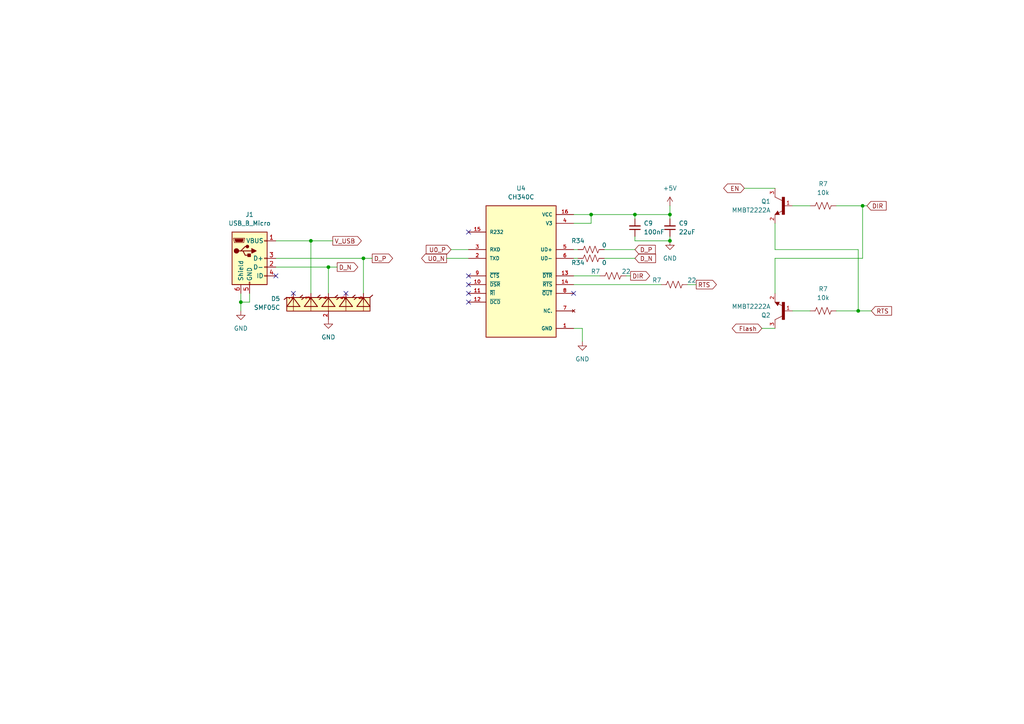
<source format=kicad_sch>
(kicad_sch (version 20230121) (generator eeschema)
  (paper "A4")
  (lib_symbols
    (symbol "CH340C:CH340C" (pin_names (offset 1.016))
      (property "Reference" "U" (at -10.16 20.955 0))
      (property "Value" "CH340C" (at -10.16 -20.32 0))
      (symbol "CH340C_0_0"
        (rectangle (start -10.16 20.32) (end 10.16 -17.78) (stroke (width 0.254)) (fill (type background)))
        (pin power_in line (at 15.24 -15.24 180) (length 5.08) (name "GND") (number "1"))
        (pin input line (at -15.24 -2.54 0) (length 5.08) (name "~{DSR}") (number "10"))
        (pin input line (at -15.24 -5.08 0) (length 5.08) (name "~{RI}") (number "11"))
        (pin input line (at -15.24 -7.62 0) (length 5.08) (name "~{DCD}") (number "12"))
        (pin output line (at 15.24 0 180) (length 5.08) (name "~{DTR}") (number "13"))
        (pin output line (at 15.24 -2.54 180) (length 5.08) (name "~{RTS}") (number "14"))
        (pin input line (at -15.24 12.7 0) (length 5.08) (name "R232") (number "15"))
        (pin power_in line (at 15.24 17.78 180) (length 5.08) (name "VCC") (number "16"))
        (pin output line (at -15.24 5.08 0) (length 5.08) (name "TXD") (number "2"))
        (pin input line (at -15.24 7.62 0) (length 5.08) (name "RXD") (number "3"))
        (pin power_in line (at 15.24 15.24 180) (length 5.08) (name "V3") (number "4"))
        (pin bidirectional line (at 15.24 7.62 180) (length 5.08) (name "UD+") (number "5"))
        (pin bidirectional line (at 15.24 5.08 180) (length 5.08) (name "UD-") (number "6"))
        (pin no_connect line (at 15.24 -10.16 180) (length 5.08) (name "NC.") (number "7"))
        (pin output line (at 15.24 -5.08 180) (length 5.08) (name "~{OUT}") (number "8"))
        (pin input line (at -15.24 0 0) (length 5.08) (name "~{CTS}") (number "9"))
      )
    )
    (symbol "Connector:USB_B_Micro" (pin_names (offset 1.016))
      (property "Reference" "J" (at -5.08 11.43 0))
      (property "Value" "USB_B_Micro" (at -5.08 8.89 0))
      (symbol "USB_B_Micro_0_1"
        (rectangle (start -5.08 -7.62) (end 5.08 7.62) (stroke (width 0.254)) (fill (type background)))
        (circle (center -3.81 2.159) (radius 0.635) (stroke (width 0.254)) (fill (type outline)))
        (circle (center -0.635 3.429) (radius 0.381) (stroke (width 0.254)) (fill (type outline)))
        (rectangle (start -0.127 -7.62) (end 0.127 -6.858))
        (polyline (pts (xy -1.905 2.159) (xy 0.635 2.159)) (stroke (width 0.254)))
        (polyline (pts (xy -3.175 2.159) (xy -2.54 2.159) (xy -1.27 3.429) (xy -0.635 3.429)) (stroke (width 0.254)))
        (polyline (pts (xy -2.54 2.159) (xy -1.905 2.159) (xy -1.27 0.889) (xy 0 0.889)) (stroke (width 0.254)))
        (polyline (pts (xy 0.635 2.794) (xy 0.635 1.524) (xy 1.905 2.159) (xy 0.635 2.794)) (stroke (width 0.254)) (fill (type outline)))
        (polyline (pts (xy -4.318 5.588) (xy -1.778 5.588) (xy -2.032 4.826) (xy -4.064 4.826) (xy -4.318 5.588)) (fill (type outline)))
        (polyline (pts (xy -4.699 5.842) (xy -4.699 5.588) (xy -4.445 4.826) (xy -4.445 4.572) (xy -1.651 4.572) (xy -1.651 4.826) (xy -1.397 5.588) (xy -1.397 5.842) (xy -4.699 5.842)))
        (rectangle (start 0.254 1.27) (end -0.508 0.508) (stroke (width 0.254)) (fill (type outline)))
        (rectangle (start 5.08 -5.207) (end 4.318 -4.953))
        (rectangle (start 5.08 -2.667) (end 4.318 -2.413))
        (rectangle (start 5.08 -0.127) (end 4.318 0.127))
        (rectangle (start 5.08 4.953) (end 4.318 5.207))
      )
      (symbol "USB_B_Micro_1_1"
        (pin power_out line (at 7.62 5.08 180) (length 2.54) (name "VBUS") (number "1"))
        (pin bidirectional line (at 7.62 -2.54 180) (length 2.54) (name "D-") (number "2"))
        (pin bidirectional line (at 7.62 0 180) (length 2.54) (name "D+") (number "3"))
        (pin passive line (at 7.62 -5.08 180) (length 2.54) (name "ID") (number "4"))
        (pin power_out line (at 0 -10.16 90) (length 2.54) (name "GND") (number "5"))
        (pin passive line (at -2.54 -10.16 90) (length 2.54) (name "Shield") (number "6"))
      )
    )
    (symbol "Device:C_Small" (pin_numbers hide) (pin_names (offset 0.254) hide)
      (property "Reference" "C" (at 0.254 1.778 0))
      (property "Value" "C_Small" (at 0.254 -2.032 0))
      (symbol "C_Small_0_1"
        (polyline (pts (xy -1.524 -0.508) (xy 1.524 -0.508)) (stroke (width 0.3302)))
        (polyline (pts (xy -1.524 0.508) (xy 1.524 0.508)) (stroke (width 0.3048)))
      )
      (symbol "C_Small_1_1"
        (pin passive line (at 0 2.54 270) (length 2.032) (name "~") (number "1"))
        (pin passive line (at 0 -2.54 90) (length 2.032) (name "~") (number "2"))
      )
    )
    (symbol "Device:R_US" (pin_numbers hide) (pin_names (offset 0))
      (property "Reference" "R" (at 2.54 0 90))
      (property "Value" "R_US" (at -2.54 0 90))
      (symbol "R_US_0_1"
        (polyline (pts (xy 0 -2.286) (xy 0 -2.54)))
        (polyline (pts (xy 0 2.286) (xy 0 2.54)))
        (polyline (pts (xy 0 -0.762) (xy 1.016 -1.143) (xy 0 -1.524) (xy -1.016 -1.905) (xy 0 -2.286)))
        (polyline (pts (xy 0 0.762) (xy 1.016 0.381) (xy 0 0) (xy -1.016 -0.381) (xy 0 -0.762)))
        (polyline (pts (xy 0 2.286) (xy 1.016 1.905) (xy 0 1.524) (xy -1.016 1.143) (xy 0 0.762)))
      )
      (symbol "R_US_1_1"
        (pin passive line (at 0 3.81 270) (length 1.27) (name "~") (number "1"))
        (pin passive line (at 0 -3.81 90) (length 1.27) (name "~") (number "2"))
      )
    )
    (symbol "MMBT2222A:MMBT2222A" (pin_names (offset 1.016))
      (property "Reference" "Q" (at -10.1729 7.6297 0))
      (property "Value" "MMBT2222A" (at -10.1683 5.0841 0))
      (symbol "MMBT2222A_0_0"
        (rectangle (start -0.2545 -2.5449) (end 0.508 2.54) (stroke (width 0.1)) (fill (type outline)))
        (polyline (pts (xy 1.27 -2.54) (xy 1.778 -1.524)) (stroke (width 0.1524)))
        (polyline (pts (xy 1.524 -2.413) (xy 2.286 -2.413)) (stroke (width 0.254)))
        (polyline (pts (xy 1.524 -2.286) (xy 1.905 -2.286)) (stroke (width 0.254)))
        (polyline (pts (xy 1.54 -2.04) (xy 0.308 -1.424)) (stroke (width 0.1524)))
        (polyline (pts (xy 1.778 -1.778) (xy 1.524 -2.286)) (stroke (width 0.254)))
        (polyline (pts (xy 1.778 -1.524) (xy 2.54 -2.54)) (stroke (width 0.1524)))
        (polyline (pts (xy 1.905 -2.286) (xy 1.778 -2.032)) (stroke (width 0.254)))
        (polyline (pts (xy 2.286 -2.413) (xy 1.778 -1.778)) (stroke (width 0.254)))
        (polyline (pts (xy 2.54 -2.54) (xy 1.27 -2.54)) (stroke (width 0.1524)))
        (polyline (pts (xy 2.54 2.54) (xy 0.508 1.524)) (stroke (width 0.1524)))
        (pin passive line (at -2.54 0 0) (length 2.54) (name "~") (number "1"))
        (pin passive line (at 2.54 -5.08 90) (length 2.54) (name "~") (number "2"))
        (pin passive line (at 2.54 5.08 270) (length 2.54) (name "~") (number "3"))
      )
    )
    (symbol "SMF05C:SMF05C" (pin_names (offset 1.016))
      (property "Reference" "D" (at -23.0178 0.1016 0))
      (property "Value" "SMF05C" (at -23.0396 -1.9581 0))
      (symbol "SMF05C_0_0"
        (rectangle (start -9.525 -2.6035) (end 14.605 1.3335) (stroke (width 0.254)) (fill (type background)))
        (polyline (pts (xy -9.525 -1.27) (xy -5.715 -1.27)) (stroke (width 0.254)))
        (polyline (pts (xy -9.525 1.397) (xy -10.287 0.762)) (stroke (width 0.254)))
        (polyline (pts (xy -7.62 0) (xy -7.62 -2.54)) (stroke (width 0.1524)))
        (polyline (pts (xy -7.62 1.27) (xy -9.525 -1.27)) (stroke (width 0.254)))
        (polyline (pts (xy -5.715 -1.27) (xy -7.62 1.27)) (stroke (width 0.254)))
        (polyline (pts (xy -5.715 1.397) (xy -4.953 2.032)) (stroke (width 0.254)))
        (polyline (pts (xy -4.445 -1.27) (xy -0.635 -1.27)) (stroke (width 0.254)))
        (polyline (pts (xy -4.445 1.397) (xy -5.207 0.762)) (stroke (width 0.254)))
        (polyline (pts (xy -2.54 0) (xy -2.54 -2.54)) (stroke (width 0.1524)))
        (polyline (pts (xy -2.54 1.27) (xy -4.445 -1.27)) (stroke (width 0.254)))
        (polyline (pts (xy -0.635 -1.27) (xy -2.54 1.27)) (stroke (width 0.254)))
        (polyline (pts (xy -0.635 1.397) (xy 0.127 2.032)) (stroke (width 0.254)))
        (polyline (pts (xy 0.635 -1.27) (xy 4.445 -1.27)) (stroke (width 0.254)))
        (polyline (pts (xy 0.635 1.397) (xy -0.127 0.762)) (stroke (width 0.254)))
        (polyline (pts (xy 2.54 0) (xy 2.54 -2.54)) (stroke (width 0.1524)))
        (polyline (pts (xy 2.54 1.27) (xy 0.635 -1.27)) (stroke (width 0.254)))
        (polyline (pts (xy 4.445 -1.27) (xy 2.54 1.27)) (stroke (width 0.254)))
        (polyline (pts (xy 4.445 1.397) (xy 5.207 2.032)) (stroke (width 0.254)))
        (polyline (pts (xy 5.715 -1.27) (xy 9.525 -1.27)) (stroke (width 0.254)))
        (polyline (pts (xy 5.715 1.397) (xy 4.953 0.762)) (stroke (width 0.254)))
        (polyline (pts (xy 7.62 0) (xy 7.62 -2.54)) (stroke (width 0.1524)))
        (polyline (pts (xy 7.62 1.27) (xy 5.715 -1.27)) (stroke (width 0.254)))
        (polyline (pts (xy 9.525 -1.27) (xy 7.62 1.27)) (stroke (width 0.254)))
        (polyline (pts (xy 9.525 1.397) (xy 10.287 2.032)) (stroke (width 0.254)))
        (polyline (pts (xy 10.795 -1.27) (xy 14.605 -1.27)) (stroke (width 0.254)))
        (polyline (pts (xy 10.795 1.397) (xy 10.033 0.762)) (stroke (width 0.254)))
        (polyline (pts (xy 12.7 0) (xy 12.7 -2.54)) (stroke (width 0.1524)))
        (polyline (pts (xy 12.7 1.27) (xy 10.795 -1.27)) (stroke (width 0.254)))
        (polyline (pts (xy 14.605 -1.27) (xy 12.7 1.27)) (stroke (width 0.254)))
        (polyline (pts (xy 14.605 1.397) (xy 15.367 2.032)) (stroke (width 0.254)))
        (pin passive line (at -7.62 2.54 270) (length 2.54) (name "~") (number "1"))
        (pin passive line (at 2.54 -5.08 90) (length 2.54) (name "~") (number "2"))
        (pin passive line (at -2.54 2.54 270) (length 2.54) (name "~") (number "3"))
        (pin passive line (at 2.54 2.54 270) (length 2.54) (name "~") (number "4"))
        (pin passive line (at 7.62 2.54 270) (length 2.54) (name "~") (number "5"))
        (pin passive line (at 12.7 2.54 270) (length 2.54) (name "~") (number "6"))
      )
    )
    (symbol "power:+5V" (power) (pin_names (offset 0))
      (property "Value" "+5V" (at 0 3.556 0))
      (symbol "+5V_0_1"
        (polyline (pts (xy -0.762 1.27) (xy 0 2.54)))
        (polyline (pts (xy 0 0) (xy 0 2.54)))
        (polyline (pts (xy 0 2.54) (xy 0.762 1.27)))
      )
      (symbol "+5V_1_1"
        (pin power_in line (at 0 0 90) (length 0) hide (name "+5V") (number "1"))
      )
    )
    (symbol "power:GND" (power) (pin_names (offset 0))
      (property "Value" "GND" (at 0 -3.81 0))
      (symbol "GND_0_1"
        (polyline (pts (xy 0 0) (xy 0 -1.27) (xy 1.27 -1.27) (xy 0 -2.54) (xy -1.27 -1.27) (xy 0 -1.27)))
      )
      (symbol "GND_1_1"
        (pin power_in line (at 0 0 270) (length 0) hide (name "GND") (number "1"))
      )
    )
  )
  (junction (at 248.92 90.17))
  (junction (at 105.41 74.93))
  (junction (at 95.25 77.47))
  (junction (at 184.15 62.23))
  (junction (at 250.19 59.69))
  (junction (at 171.45 62.23))
  (junction (at 194.31 69.85))
  (junction (at 69.85 87.63))
  (junction (at 194.31 62.23))
  (junction (at 90.17 69.85))
  (no_connect (at 135.89 67.31))
  (no_connect (at 166.37 85.09))
  (no_connect (at 135.89 80.01))
  (no_connect (at 135.89 85.09))
  (no_connect (at 135.89 82.55))
  (no_connect (at 100.33 85.09))
  (no_connect (at 85.09 85.09))
  (no_connect (at 135.89 87.63))
  (no_connect (at 80.01 80.01))
  (wire (pts (xy 194.31 63.5) (xy 194.31 62.23)))
  (wire (pts (xy 105.41 74.93) (xy 105.41 85.09)))
  (wire (pts (xy 182.88 80.01) (xy 181.61 80.01)))
  (wire (pts (xy 229.87 90.17) (xy 234.95 90.17)))
  (wire (pts (xy 194.31 68.58) (xy 194.31 69.85)))
  (wire (pts (xy 166.37 95.25) (xy 168.91 95.25)))
  (wire (pts (xy 166.37 64.77) (xy 171.45 64.77)))
  (wire (pts (xy 90.17 69.85) (xy 90.17 85.09)))
  (wire (pts (xy 166.37 62.23) (xy 171.45 62.23)))
  (wire (pts (xy 90.17 69.85) (xy 96.52 69.85)))
  (wire (pts (xy 80.01 69.85) (xy 90.17 69.85)))
  (wire (pts (xy 80.01 77.47) (xy 95.25 77.47)))
  (wire (pts (xy 184.15 69.85) (xy 194.31 69.85)))
  (wire (pts (xy 224.79 74.93) (xy 224.79 85.09)))
  (wire (pts (xy 80.01 74.93) (xy 105.41 74.93)))
  (wire (pts (xy 215.9 54.61) (xy 224.79 54.61)))
  (wire (pts (xy 130.81 72.39) (xy 135.89 72.39)))
  (wire (pts (xy 72.39 85.09) (xy 72.39 87.63)))
  (wire (pts (xy 166.37 74.93) (xy 167.64 74.93)))
  (wire (pts (xy 175.26 74.93) (xy 184.15 74.93)))
  (wire (pts (xy 171.45 62.23) (xy 184.15 62.23)))
  (wire (pts (xy 69.85 85.09) (xy 69.85 87.63)))
  (wire (pts (xy 171.45 62.23) (xy 171.45 64.77)))
  (wire (pts (xy 95.25 77.47) (xy 97.79 77.47)))
  (wire (pts (xy 248.92 90.17) (xy 248.92 72.39)))
  (wire (pts (xy 220.98 95.25) (xy 224.79 95.25)))
  (wire (pts (xy 168.91 95.25) (xy 168.91 99.06)))
  (wire (pts (xy 166.37 80.01) (xy 173.99 80.01)))
  (wire (pts (xy 166.37 82.55) (xy 191.77 82.55)))
  (wire (pts (xy 242.57 59.69) (xy 250.19 59.69)))
  (wire (pts (xy 184.15 63.5) (xy 184.15 62.23)))
  (wire (pts (xy 105.41 74.93) (xy 107.95 74.93)))
  (wire (pts (xy 248.92 90.17) (xy 252.73 90.17)))
  (wire (pts (xy 229.87 59.69) (xy 234.95 59.69)))
  (wire (pts (xy 250.19 59.69) (xy 250.19 74.93)))
  (wire (pts (xy 250.19 74.93) (xy 224.79 74.93)))
  (wire (pts (xy 69.85 90.17) (xy 69.85 87.63)))
  (wire (pts (xy 184.15 68.58) (xy 184.15 69.85)))
  (wire (pts (xy 166.37 72.39) (xy 167.64 72.39)))
  (wire (pts (xy 242.57 90.17) (xy 248.92 90.17)))
  (wire (pts (xy 72.39 87.63) (xy 69.85 87.63)))
  (wire (pts (xy 194.31 59.69) (xy 194.31 62.23)))
  (wire (pts (xy 184.15 62.23) (xy 194.31 62.23)))
  (wire (pts (xy 201.93 82.55) (xy 199.39 82.55)))
  (wire (pts (xy 224.79 72.39) (xy 224.79 64.77)))
  (wire (pts (xy 248.92 72.39) (xy 224.79 72.39)))
  (wire (pts (xy 175.26 72.39) (xy 184.15 72.39)))
  (wire (pts (xy 250.19 59.69) (xy 251.46 59.69)))
  (wire (pts (xy 95.25 77.47) (xy 95.25 85.09)))
  (wire (pts (xy 129.54 74.93) (xy 135.89 74.93)))
  (global_label "D_P" (shape output) (at 107.95 74.93 0) (property "Intersheetrefs" "${INTERSHEET_REFS}" (effects hide)))
  (global_label "D_P" (shape input) (at 184.15 72.39 0) (property "Intersheetrefs" "${INTERSHEET_REFS}" (effects hide)))
  (global_label "V_USB" (shape output) (at 96.52 69.85 0) (property "Intersheetrefs" "${INTERSHEET_REFS}" (effects hide)))
  (global_label "U0_N" (shape output) (at 129.54 74.93 180) (property "Intersheetrefs" "${INTERSHEET_REFS}" (effects hide)))
  (global_label "DIR" (shape output) (at 182.88 80.01 0) (property "Intersheetrefs" "${INTERSHEET_REFS}" (effects hide)))
  (global_label "D_N" (shape input) (at 184.15 74.93 0) (property "Intersheetrefs" "${INTERSHEET_REFS}" (effects hide)))
  (global_label "RTS" (shape output) (at 201.93 82.55 0) (property "Intersheetrefs" "${INTERSHEET_REFS}" (effects hide)))
  (global_label "DIR" (shape input) (at 251.46 59.69 0) (property "Intersheetrefs" "${INTERSHEET_REFS}" (effects hide)))
  (global_label "D_N" (shape output) (at 97.79 77.47 0) (property "Intersheetrefs" "${INTERSHEET_REFS}" (effects hide)))
  (global_label "EN" (shape bidirectional) (at 215.9 54.61 180) (property "Intersheetrefs" "${INTERSHEET_REFS}" (effects hide)))
  (global_label "RTS" (shape input) (at 252.73 90.17 0) (property "Intersheetrefs" "${INTERSHEET_REFS}" (effects hide)))
  (global_label "Flash" (shape bidirectional) (at 220.98 95.25 180) (property "Intersheetrefs" "${INTERSHEET_REFS}" (effects hide)))
  (global_label "U0_P" (shape input) (at 130.81 72.39 180) (property "Intersheetrefs" "${INTERSHEET_REFS}" (effects hide)))
  (symbol (lib_id "Device:C_Small") (at 184.15 66.04 180) (unit 1)
    (property "Reference" "C9" (at 186.69 64.7636 0) (effects (justify right)))
    (property "Value" "100nF" (at 186.69 67.3036 0) (effects (justify right)))
    (property "Footprint" "Capacitor_SMD:C_0805_2012Metric_Pad1.18x1.45mm_HandSolder" (effects hide))
    (instances (project "WeatherStation" (path "" (reference "C9") (unit 1)) (path "" (reference "C12") (unit 1)) (path "" (reference "C21") (unit 1))))
  )
  (symbol (lib_id "MMBT2222A:MMBT2222A") (at 227.33 59.69 0) (mirror y) (unit 1)
    (property "Reference" "Q1" (at 223.52 58.42 0) (effects (justify left)))
    (property "Value" "MMBT2222A" (at 223.52 60.96 0) (effects (justify left)))
    (property "Footprint" "MMBT2222A:SOT23" (effects hide))
  )
  (symbol (lib_id "Device:R_US") (at 238.76 90.17 90) (unit 1)
    (property "Reference" "R7" (at 238.76 83.82 90))
    (property "Value" "10k" (at 238.76 86.36 90))
    (property "Footprint" "Resistor_SMD:R_0805_2012Metric_Pad1.20x1.40mm_HandSolder" (effects hide))
    (instances (project "WeatherStation" (path "" (reference "R7") (unit 1)) (path "" (reference "R10") (unit 1)) (path "" (reference "R14") (unit 1))))
  )
  (symbol (lib_id "CH340C:CH340C") (at 151.13 80.01 0) (unit 1)
    (property "Reference" "U4" (at 151.13 54.61 0))
    (property "Value" "CH340C" (at 151.13 57.15 0))
    (property "Footprint" "CH340C:SOIC127P600X180-16N" (effects hide))
  )
  (symbol (lib_id "power:GND") (at 95.25 92.71 0) (unit 1)
    (property "Reference" "#PWR032" (effects hide))
    (property "Value" "GND" (at 95.25 97.79 0))
  )
  (symbol (lib_id "Device:R_US") (at 177.8 80.01 90) (unit 1)
    (property "Reference" "R7" (at 172.72 78.74 90))
    (property "Value" "22" (at 181.61 78.74 90))
    (property "Footprint" "Resistor_SMD:R_0805_2012Metric_Pad1.20x1.40mm_HandSolder" (effects hide))
    (instances (project "WeatherStation" (path "" (reference "R7") (unit 1)) (path "" (reference "R10") (unit 1)) (path "" (reference "R15") (unit 1))))
  )
  (symbol (lib_id "Connector:USB_B_Micro") (at 72.39 74.93 0) (unit 1)
    (property "Reference" "J1" (at 72.39 62.23 0))
    (property "Value" "USB_B_Micro" (at 72.39 64.77 0))
    (property "Footprint" "Connector_USB:USB_Micro-B_Wuerth_629105150521" (effects hide))
  )
  (symbol (lib_id "Device:R_US") (at 171.45 72.39 90) (unit 1)
    (property "Reference" "R34" (at 167.64 69.85 90))
    (property "Value" "0" (at 175.26 71.12 90))
    (property "Footprint" "Resistor_SMD:R_0805_2012Metric_Pad1.20x1.40mm_HandSolder" (effects hide))
    (instances (project "WeatherStation" (path "" (reference "R34") (unit 1)) (path "" (reference "R30") (unit 1))))
  )
  (symbol (lib_id "Device:R_US") (at 171.45 74.93 90) (unit 1)
    (property "Reference" "R34" (at 167.64 76.2 90))
    (property "Value" "0" (at 175.26 76.2 90))
    (property "Footprint" "Resistor_SMD:R_0805_2012Metric_Pad1.20x1.40mm_HandSolder" (effects hide))
    (instances (project "WeatherStation" (path "" (reference "R34") (unit 1)) (path "" (reference "R31") (unit 1))))
  )
  (symbol (lib_id "Device:C_Small") (at 194.31 66.04 180) (unit 1)
    (property "Reference" "C9" (at 196.85 64.7636 0) (effects (justify right)))
    (property "Value" "22uF" (at 196.85 67.3036 0) (effects (justify right)))
    (property "Footprint" "Capacitor_SMD:C_0805_2012Metric_Pad1.18x1.45mm_HandSolder" (effects hide))
    (instances (project "WeatherStation" (path "" (reference "C9") (unit 1)) (path "" (reference "C13") (unit 1)) (path "" (reference "C22") (unit 1))))
  )
  (symbol (lib_id "Device:R_US") (at 238.76 59.69 90) (unit 1)
    (property "Reference" "R7" (at 238.76 53.34 90))
    (property "Value" "10k" (at 238.76 55.88 90))
    (property "Footprint" "Resistor_SMD:R_0805_2012Metric_Pad1.20x1.40mm_HandSolder" (effects hide))
    (instances (project "WeatherStation" (path "" (reference "R7") (unit 1)) (path "" (reference "R10") (unit 1)) (path "" (reference "R13") (unit 1))))
  )
  (symbol (lib_id "Device:R_US") (at 195.58 82.55 90) (unit 1)
    (property "Reference" "R7" (at 190.5 81.28 90))
    (property "Value" "22" (at 200.66 81.28 90))
    (property "Footprint" "Resistor_SMD:R_0805_2012Metric_Pad1.20x1.40mm_HandSolder" (effects hide))
    (instances (project "WeatherStation" (path "" (reference "R7") (unit 1)) (path "" (reference "R10") (unit 1)) (path "" (reference "R16") (unit 1))))
  )
  (symbol (lib_id "power:GND") (at 194.31 69.85 0) (unit 1)
    (property "Reference" "#PWR056" (effects hide))
    (property "Value" "GND" (at 194.31 74.93 0))
  )
  (symbol (lib_id "SMF05C:SMF05C") (at 92.71 87.63 0) (unit 1)
    (property "Reference" "D5" (at 81.28 86.6457 0) (effects (justify right)))
    (property "Value" "SMF05C" (at 81.28 89.1857 0) (effects (justify right)))
    (property "Footprint" "SMF05C:SC70-6" (effects hide))
  )
  (symbol (lib_id "power:+5V") (at 194.31 59.69 0) (unit 1)
    (property "Reference" "#PWR031" (effects hide))
    (property "Value" "+5V" (at 194.31 54.61 0))
  )
  (symbol (lib_id "MMBT2222A:MMBT2222A") (at 227.33 90.17 180) (unit 1)
    (property "Reference" "Q2" (at 223.52 91.44 0) (effects (justify left)))
    (property "Value" "MMBT2222A" (at 223.52 88.9 0) (effects (justify left)))
    (property "Footprint" "MMBT2222A:SOT23" (effects hide))
  )
  (symbol (lib_id "power:GND") (at 69.85 90.17 0) (unit 1)
    (property "Reference" "#PWR028" (effects hide))
    (property "Value" "GND" (at 69.85 95.25 0))
  )
  (symbol (lib_id "power:GND") (at 168.91 99.06 0) (unit 1)
    (property "Reference" "#PWR030" (effects hide))
    (property "Value" "GND" (at 168.91 104.14 0))
  )
)
</source>
